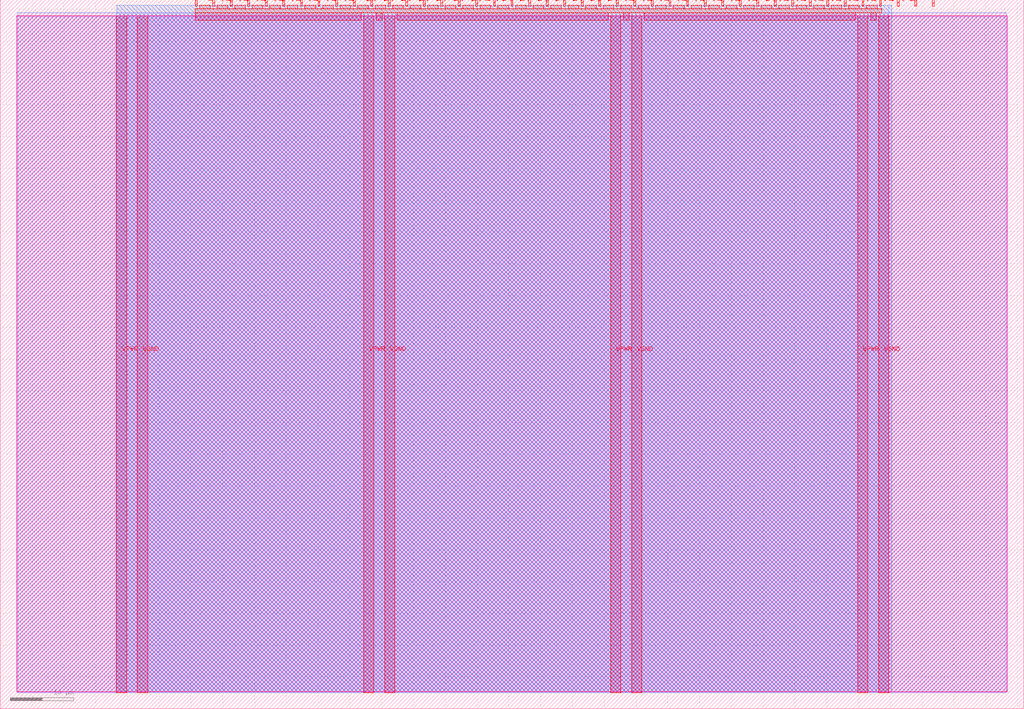
<source format=lef>
VERSION 5.7 ;
  NOWIREEXTENSIONATPIN ON ;
  DIVIDERCHAR "/" ;
  BUSBITCHARS "[]" ;
MACRO tt_um_wokwi_413849515516143617
  CLASS BLOCK ;
  FOREIGN tt_um_wokwi_413849515516143617 ;
  ORIGIN 0.000 0.000 ;
  SIZE 161.000 BY 111.520 ;
  PIN VGND
    DIRECTION INOUT ;
    USE GROUND ;
    PORT
      LAYER met4 ;
        RECT 21.580 2.480 23.180 109.040 ;
    END
    PORT
      LAYER met4 ;
        RECT 60.450 2.480 62.050 109.040 ;
    END
    PORT
      LAYER met4 ;
        RECT 99.320 2.480 100.920 109.040 ;
    END
    PORT
      LAYER met4 ;
        RECT 138.190 2.480 139.790 109.040 ;
    END
  END VGND
  PIN VPWR
    DIRECTION INOUT ;
    USE POWER ;
    PORT
      LAYER met4 ;
        RECT 18.280 2.480 19.880 109.040 ;
    END
    PORT
      LAYER met4 ;
        RECT 57.150 2.480 58.750 109.040 ;
    END
    PORT
      LAYER met4 ;
        RECT 96.020 2.480 97.620 109.040 ;
    END
    PORT
      LAYER met4 ;
        RECT 134.890 2.480 136.490 109.040 ;
    END
  END VPWR
  PIN clk
    DIRECTION INPUT ;
    USE SIGNAL ;
    PORT
      LAYER met4 ;
        RECT 143.830 110.520 144.130 111.520 ;
    END
  END clk
  PIN ena
    DIRECTION INPUT ;
    USE SIGNAL ;
    PORT
      LAYER met4 ;
        RECT 146.590 110.520 146.890 111.520 ;
    END
  END ena
  PIN rst_n
    DIRECTION INPUT ;
    USE SIGNAL ;
    PORT
      LAYER met4 ;
        RECT 141.070 110.520 141.370 111.520 ;
    END
  END rst_n
  PIN ui_in[0]
    DIRECTION INPUT ;
    USE SIGNAL ;
    ANTENNAGATEAREA 0.196500 ;
    PORT
      LAYER met4 ;
        RECT 138.310 110.520 138.610 111.520 ;
    END
  END ui_in[0]
  PIN ui_in[1]
    DIRECTION INPUT ;
    USE SIGNAL ;
    ANTENNAGATEAREA 0.196500 ;
    PORT
      LAYER met4 ;
        RECT 135.550 110.520 135.850 111.520 ;
    END
  END ui_in[1]
  PIN ui_in[2]
    DIRECTION INPUT ;
    USE SIGNAL ;
    ANTENNAGATEAREA 0.196500 ;
    PORT
      LAYER met4 ;
        RECT 132.790 110.520 133.090 111.520 ;
    END
  END ui_in[2]
  PIN ui_in[3]
    DIRECTION INPUT ;
    USE SIGNAL ;
    ANTENNAGATEAREA 0.196500 ;
    PORT
      LAYER met4 ;
        RECT 130.030 110.520 130.330 111.520 ;
    END
  END ui_in[3]
  PIN ui_in[4]
    DIRECTION INPUT ;
    USE SIGNAL ;
    ANTENNAGATEAREA 0.196500 ;
    PORT
      LAYER met4 ;
        RECT 127.270 110.520 127.570 111.520 ;
    END
  END ui_in[4]
  PIN ui_in[5]
    DIRECTION INPUT ;
    USE SIGNAL ;
    PORT
      LAYER met4 ;
        RECT 124.510 110.520 124.810 111.520 ;
    END
  END ui_in[5]
  PIN ui_in[6]
    DIRECTION INPUT ;
    USE SIGNAL ;
    PORT
      LAYER met4 ;
        RECT 121.750 110.520 122.050 111.520 ;
    END
  END ui_in[6]
  PIN ui_in[7]
    DIRECTION INPUT ;
    USE SIGNAL ;
    PORT
      LAYER met4 ;
        RECT 118.990 110.520 119.290 111.520 ;
    END
  END ui_in[7]
  PIN uio_in[0]
    DIRECTION INPUT ;
    USE SIGNAL ;
    PORT
      LAYER met4 ;
        RECT 116.230 110.520 116.530 111.520 ;
    END
  END uio_in[0]
  PIN uio_in[1]
    DIRECTION INPUT ;
    USE SIGNAL ;
    PORT
      LAYER met4 ;
        RECT 113.470 110.520 113.770 111.520 ;
    END
  END uio_in[1]
  PIN uio_in[2]
    DIRECTION INPUT ;
    USE SIGNAL ;
    PORT
      LAYER met4 ;
        RECT 110.710 110.520 111.010 111.520 ;
    END
  END uio_in[2]
  PIN uio_in[3]
    DIRECTION INPUT ;
    USE SIGNAL ;
    PORT
      LAYER met4 ;
        RECT 107.950 110.520 108.250 111.520 ;
    END
  END uio_in[3]
  PIN uio_in[4]
    DIRECTION INPUT ;
    USE SIGNAL ;
    PORT
      LAYER met4 ;
        RECT 105.190 110.520 105.490 111.520 ;
    END
  END uio_in[4]
  PIN uio_in[5]
    DIRECTION INPUT ;
    USE SIGNAL ;
    PORT
      LAYER met4 ;
        RECT 102.430 110.520 102.730 111.520 ;
    END
  END uio_in[5]
  PIN uio_in[6]
    DIRECTION INPUT ;
    USE SIGNAL ;
    PORT
      LAYER met4 ;
        RECT 99.670 110.520 99.970 111.520 ;
    END
  END uio_in[6]
  PIN uio_in[7]
    DIRECTION INPUT ;
    USE SIGNAL ;
    PORT
      LAYER met4 ;
        RECT 96.910 110.520 97.210 111.520 ;
    END
  END uio_in[7]
  PIN uio_oe[0]
    DIRECTION OUTPUT ;
    USE SIGNAL ;
    PORT
      LAYER met4 ;
        RECT 49.990 110.520 50.290 111.520 ;
    END
  END uio_oe[0]
  PIN uio_oe[1]
    DIRECTION OUTPUT ;
    USE SIGNAL ;
    PORT
      LAYER met4 ;
        RECT 47.230 110.520 47.530 111.520 ;
    END
  END uio_oe[1]
  PIN uio_oe[2]
    DIRECTION OUTPUT ;
    USE SIGNAL ;
    PORT
      LAYER met4 ;
        RECT 44.470 110.520 44.770 111.520 ;
    END
  END uio_oe[2]
  PIN uio_oe[3]
    DIRECTION OUTPUT ;
    USE SIGNAL ;
    PORT
      LAYER met4 ;
        RECT 41.710 110.520 42.010 111.520 ;
    END
  END uio_oe[3]
  PIN uio_oe[4]
    DIRECTION OUTPUT ;
    USE SIGNAL ;
    PORT
      LAYER met4 ;
        RECT 38.950 110.520 39.250 111.520 ;
    END
  END uio_oe[4]
  PIN uio_oe[5]
    DIRECTION OUTPUT ;
    USE SIGNAL ;
    PORT
      LAYER met4 ;
        RECT 36.190 110.520 36.490 111.520 ;
    END
  END uio_oe[5]
  PIN uio_oe[6]
    DIRECTION OUTPUT ;
    USE SIGNAL ;
    PORT
      LAYER met4 ;
        RECT 33.430 110.520 33.730 111.520 ;
    END
  END uio_oe[6]
  PIN uio_oe[7]
    DIRECTION OUTPUT ;
    USE SIGNAL ;
    PORT
      LAYER met4 ;
        RECT 30.670 110.520 30.970 111.520 ;
    END
  END uio_oe[7]
  PIN uio_out[0]
    DIRECTION OUTPUT ;
    USE SIGNAL ;
    PORT
      LAYER met4 ;
        RECT 72.070 110.520 72.370 111.520 ;
    END
  END uio_out[0]
  PIN uio_out[1]
    DIRECTION OUTPUT ;
    USE SIGNAL ;
    PORT
      LAYER met4 ;
        RECT 69.310 110.520 69.610 111.520 ;
    END
  END uio_out[1]
  PIN uio_out[2]
    DIRECTION OUTPUT ;
    USE SIGNAL ;
    PORT
      LAYER met4 ;
        RECT 66.550 110.520 66.850 111.520 ;
    END
  END uio_out[2]
  PIN uio_out[3]
    DIRECTION OUTPUT ;
    USE SIGNAL ;
    PORT
      LAYER met4 ;
        RECT 63.790 110.520 64.090 111.520 ;
    END
  END uio_out[3]
  PIN uio_out[4]
    DIRECTION OUTPUT ;
    USE SIGNAL ;
    PORT
      LAYER met4 ;
        RECT 61.030 110.520 61.330 111.520 ;
    END
  END uio_out[4]
  PIN uio_out[5]
    DIRECTION OUTPUT ;
    USE SIGNAL ;
    PORT
      LAYER met4 ;
        RECT 58.270 110.520 58.570 111.520 ;
    END
  END uio_out[5]
  PIN uio_out[6]
    DIRECTION OUTPUT ;
    USE SIGNAL ;
    PORT
      LAYER met4 ;
        RECT 55.510 110.520 55.810 111.520 ;
    END
  END uio_out[6]
  PIN uio_out[7]
    DIRECTION OUTPUT ;
    USE SIGNAL ;
    PORT
      LAYER met4 ;
        RECT 52.750 110.520 53.050 111.520 ;
    END
  END uio_out[7]
  PIN uo_out[0]
    DIRECTION OUTPUT ;
    USE SIGNAL ;
    ANTENNADIFFAREA 0.445500 ;
    PORT
      LAYER met4 ;
        RECT 94.150 110.520 94.450 111.520 ;
    END
  END uo_out[0]
  PIN uo_out[1]
    DIRECTION OUTPUT ;
    USE SIGNAL ;
    ANTENNADIFFAREA 0.795200 ;
    PORT
      LAYER met4 ;
        RECT 91.390 110.520 91.690 111.520 ;
    END
  END uo_out[1]
  PIN uo_out[2]
    DIRECTION OUTPUT ;
    USE SIGNAL ;
    ANTENNADIFFAREA 0.445500 ;
    PORT
      LAYER met4 ;
        RECT 88.630 110.520 88.930 111.520 ;
    END
  END uo_out[2]
  PIN uo_out[3]
    DIRECTION OUTPUT ;
    USE SIGNAL ;
    ANTENNADIFFAREA 0.795200 ;
    PORT
      LAYER met4 ;
        RECT 85.870 110.520 86.170 111.520 ;
    END
  END uo_out[3]
  PIN uo_out[4]
    DIRECTION OUTPUT ;
    USE SIGNAL ;
    ANTENNADIFFAREA 0.445500 ;
    PORT
      LAYER met4 ;
        RECT 83.110 110.520 83.410 111.520 ;
    END
  END uo_out[4]
  PIN uo_out[5]
    DIRECTION OUTPUT ;
    USE SIGNAL ;
    PORT
      LAYER met4 ;
        RECT 80.350 110.520 80.650 111.520 ;
    END
  END uo_out[5]
  PIN uo_out[6]
    DIRECTION OUTPUT ;
    USE SIGNAL ;
    PORT
      LAYER met4 ;
        RECT 77.590 110.520 77.890 111.520 ;
    END
  END uo_out[6]
  PIN uo_out[7]
    DIRECTION OUTPUT ;
    USE SIGNAL ;
    PORT
      LAYER met4 ;
        RECT 74.830 110.520 75.130 111.520 ;
    END
  END uo_out[7]
  OBS
      LAYER nwell ;
        RECT 2.570 2.635 158.430 108.990 ;
      LAYER li1 ;
        RECT 2.760 2.635 158.240 108.885 ;
      LAYER met1 ;
        RECT 2.760 2.480 158.240 109.440 ;
      LAYER met2 ;
        RECT 18.310 2.535 140.200 110.685 ;
      LAYER met3 ;
        RECT 18.290 2.555 139.780 110.665 ;
      LAYER met4 ;
        RECT 31.370 110.120 33.030 110.665 ;
        RECT 34.130 110.120 35.790 110.665 ;
        RECT 36.890 110.120 38.550 110.665 ;
        RECT 39.650 110.120 41.310 110.665 ;
        RECT 42.410 110.120 44.070 110.665 ;
        RECT 45.170 110.120 46.830 110.665 ;
        RECT 47.930 110.120 49.590 110.665 ;
        RECT 50.690 110.120 52.350 110.665 ;
        RECT 53.450 110.120 55.110 110.665 ;
        RECT 56.210 110.120 57.870 110.665 ;
        RECT 58.970 110.120 60.630 110.665 ;
        RECT 61.730 110.120 63.390 110.665 ;
        RECT 64.490 110.120 66.150 110.665 ;
        RECT 67.250 110.120 68.910 110.665 ;
        RECT 70.010 110.120 71.670 110.665 ;
        RECT 72.770 110.120 74.430 110.665 ;
        RECT 75.530 110.120 77.190 110.665 ;
        RECT 78.290 110.120 79.950 110.665 ;
        RECT 81.050 110.120 82.710 110.665 ;
        RECT 83.810 110.120 85.470 110.665 ;
        RECT 86.570 110.120 88.230 110.665 ;
        RECT 89.330 110.120 90.990 110.665 ;
        RECT 92.090 110.120 93.750 110.665 ;
        RECT 94.850 110.120 96.510 110.665 ;
        RECT 97.610 110.120 99.270 110.665 ;
        RECT 100.370 110.120 102.030 110.665 ;
        RECT 103.130 110.120 104.790 110.665 ;
        RECT 105.890 110.120 107.550 110.665 ;
        RECT 108.650 110.120 110.310 110.665 ;
        RECT 111.410 110.120 113.070 110.665 ;
        RECT 114.170 110.120 115.830 110.665 ;
        RECT 116.930 110.120 118.590 110.665 ;
        RECT 119.690 110.120 121.350 110.665 ;
        RECT 122.450 110.120 124.110 110.665 ;
        RECT 125.210 110.120 126.870 110.665 ;
        RECT 127.970 110.120 129.630 110.665 ;
        RECT 130.730 110.120 132.390 110.665 ;
        RECT 133.490 110.120 135.150 110.665 ;
        RECT 136.250 110.120 137.910 110.665 ;
        RECT 30.655 109.440 138.625 110.120 ;
        RECT 30.655 108.295 56.750 109.440 ;
        RECT 59.150 108.295 60.050 109.440 ;
        RECT 62.450 108.295 95.620 109.440 ;
        RECT 98.020 108.295 98.920 109.440 ;
        RECT 101.320 108.295 134.490 109.440 ;
        RECT 136.890 108.295 137.790 109.440 ;
  END
END tt_um_wokwi_413849515516143617
END LIBRARY


</source>
